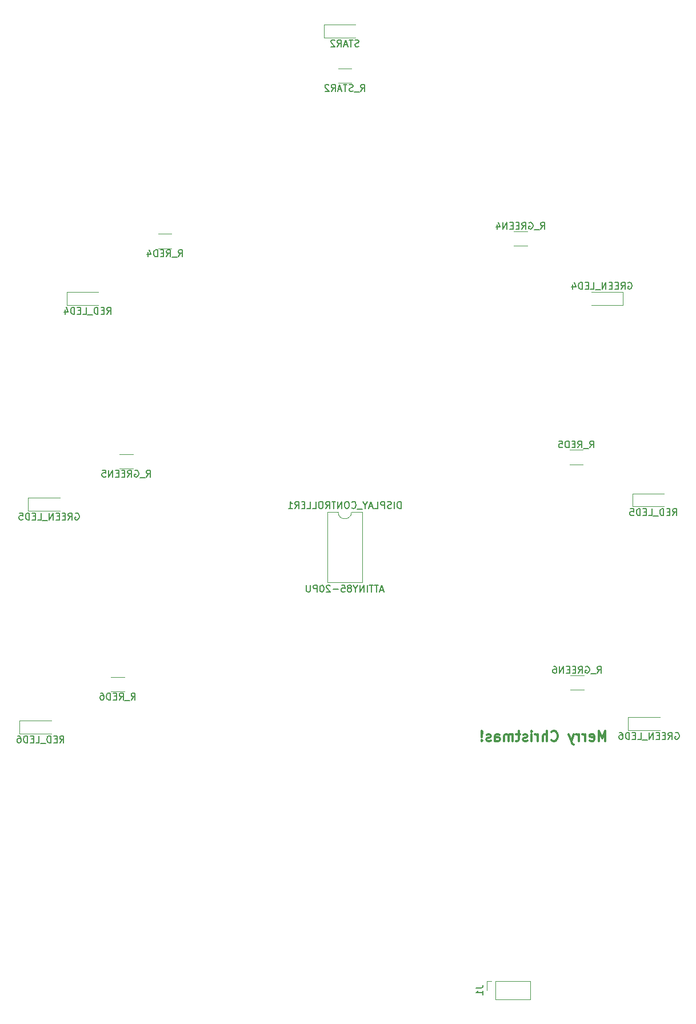
<source format=gbr>
G04 #@! TF.FileFunction,Legend,Bot*
%FSLAX46Y46*%
G04 Gerber Fmt 4.6, Leading zero omitted, Abs format (unit mm)*
G04 Created by KiCad (PCBNEW 4.0.6) date Wednesday, September 13, 2017 'PMt' 07:39:43 PM*
%MOMM*%
%LPD*%
G01*
G04 APERTURE LIST*
%ADD10C,0.100000*%
%ADD11C,0.300000*%
%ADD12C,0.120000*%
%ADD13C,0.150000*%
G04 APERTURE END LIST*
D10*
D11*
X133856857Y-130345571D02*
X133856857Y-128845571D01*
X133356857Y-129917000D01*
X132856857Y-128845571D01*
X132856857Y-130345571D01*
X131571143Y-130274143D02*
X131714000Y-130345571D01*
X131999714Y-130345571D01*
X132142571Y-130274143D01*
X132214000Y-130131286D01*
X132214000Y-129559857D01*
X132142571Y-129417000D01*
X131999714Y-129345571D01*
X131714000Y-129345571D01*
X131571143Y-129417000D01*
X131499714Y-129559857D01*
X131499714Y-129702714D01*
X132214000Y-129845571D01*
X130856857Y-130345571D02*
X130856857Y-129345571D01*
X130856857Y-129631286D02*
X130785429Y-129488429D01*
X130714000Y-129417000D01*
X130571143Y-129345571D01*
X130428286Y-129345571D01*
X129928286Y-130345571D02*
X129928286Y-129345571D01*
X129928286Y-129631286D02*
X129856858Y-129488429D01*
X129785429Y-129417000D01*
X129642572Y-129345571D01*
X129499715Y-129345571D01*
X129142572Y-129345571D02*
X128785429Y-130345571D01*
X128428287Y-129345571D02*
X128785429Y-130345571D01*
X128928287Y-130702714D01*
X128999715Y-130774143D01*
X129142572Y-130845571D01*
X125856858Y-130202714D02*
X125928287Y-130274143D01*
X126142573Y-130345571D01*
X126285430Y-130345571D01*
X126499715Y-130274143D01*
X126642573Y-130131286D01*
X126714001Y-129988429D01*
X126785430Y-129702714D01*
X126785430Y-129488429D01*
X126714001Y-129202714D01*
X126642573Y-129059857D01*
X126499715Y-128917000D01*
X126285430Y-128845571D01*
X126142573Y-128845571D01*
X125928287Y-128917000D01*
X125856858Y-128988429D01*
X125214001Y-130345571D02*
X125214001Y-128845571D01*
X124571144Y-130345571D02*
X124571144Y-129559857D01*
X124642573Y-129417000D01*
X124785430Y-129345571D01*
X124999715Y-129345571D01*
X125142573Y-129417000D01*
X125214001Y-129488429D01*
X123856858Y-130345571D02*
X123856858Y-129345571D01*
X123856858Y-129631286D02*
X123785430Y-129488429D01*
X123714001Y-129417000D01*
X123571144Y-129345571D01*
X123428287Y-129345571D01*
X122928287Y-130345571D02*
X122928287Y-129345571D01*
X122928287Y-128845571D02*
X122999716Y-128917000D01*
X122928287Y-128988429D01*
X122856859Y-128917000D01*
X122928287Y-128845571D01*
X122928287Y-128988429D01*
X122285430Y-130274143D02*
X122142573Y-130345571D01*
X121856858Y-130345571D01*
X121714001Y-130274143D01*
X121642573Y-130131286D01*
X121642573Y-130059857D01*
X121714001Y-129917000D01*
X121856858Y-129845571D01*
X122071144Y-129845571D01*
X122214001Y-129774143D01*
X122285430Y-129631286D01*
X122285430Y-129559857D01*
X122214001Y-129417000D01*
X122071144Y-129345571D01*
X121856858Y-129345571D01*
X121714001Y-129417000D01*
X121214001Y-129345571D02*
X120642572Y-129345571D01*
X120999715Y-128845571D02*
X120999715Y-130131286D01*
X120928287Y-130274143D01*
X120785429Y-130345571D01*
X120642572Y-130345571D01*
X120142572Y-130345571D02*
X120142572Y-129345571D01*
X120142572Y-129488429D02*
X120071144Y-129417000D01*
X119928286Y-129345571D01*
X119714001Y-129345571D01*
X119571144Y-129417000D01*
X119499715Y-129559857D01*
X119499715Y-130345571D01*
X119499715Y-129559857D02*
X119428286Y-129417000D01*
X119285429Y-129345571D01*
X119071144Y-129345571D01*
X118928286Y-129417000D01*
X118856858Y-129559857D01*
X118856858Y-130345571D01*
X117499715Y-130345571D02*
X117499715Y-129559857D01*
X117571144Y-129417000D01*
X117714001Y-129345571D01*
X117999715Y-129345571D01*
X118142572Y-129417000D01*
X117499715Y-130274143D02*
X117642572Y-130345571D01*
X117999715Y-130345571D01*
X118142572Y-130274143D01*
X118214001Y-130131286D01*
X118214001Y-129988429D01*
X118142572Y-129845571D01*
X117999715Y-129774143D01*
X117642572Y-129774143D01*
X117499715Y-129702714D01*
X116856858Y-130274143D02*
X116714001Y-130345571D01*
X116428286Y-130345571D01*
X116285429Y-130274143D01*
X116214001Y-130131286D01*
X116214001Y-130059857D01*
X116285429Y-129917000D01*
X116428286Y-129845571D01*
X116642572Y-129845571D01*
X116785429Y-129774143D01*
X116856858Y-129631286D01*
X116856858Y-129559857D01*
X116785429Y-129417000D01*
X116642572Y-129345571D01*
X116428286Y-129345571D01*
X116285429Y-129417000D01*
X115571143Y-130202714D02*
X115499715Y-130274143D01*
X115571143Y-130345571D01*
X115642572Y-130274143D01*
X115571143Y-130202714D01*
X115571143Y-130345571D01*
X115571143Y-129774143D02*
X115642572Y-128917000D01*
X115571143Y-128845571D01*
X115499715Y-128917000D01*
X115571143Y-129774143D01*
X115571143Y-128845571D01*
D12*
X96250000Y-96400000D02*
X97820000Y-96400000D01*
X97820000Y-96400000D02*
X97820000Y-106800000D01*
X97820000Y-106800000D02*
X92680000Y-106800000D01*
X92680000Y-106800000D02*
X92680000Y-96400000D01*
X92680000Y-96400000D02*
X94250000Y-96400000D01*
X94250000Y-96400000D02*
G75*
G03X96250000Y-96400000I1000000J0D01*
G01*
X136450000Y-63820000D02*
X136450000Y-65720000D01*
X136450000Y-65720000D02*
X131750000Y-65720000D01*
X136450000Y-63820000D02*
X131750000Y-63820000D01*
X48335000Y-96200000D02*
X48335000Y-94300000D01*
X48335000Y-94300000D02*
X53035000Y-94300000D01*
X48335000Y-96200000D02*
X53035000Y-96200000D01*
X137235000Y-128712000D02*
X137235000Y-126812000D01*
X137235000Y-126812000D02*
X141935000Y-126812000D01*
X137235000Y-128712000D02*
X141935000Y-128712000D01*
X117602000Y-165929000D02*
X122742000Y-165929000D01*
X122742000Y-165929000D02*
X122742000Y-168589000D01*
X122742000Y-168589000D02*
X117602000Y-168589000D01*
X117602000Y-168589000D02*
X117602000Y-165929000D01*
X116967000Y-165929000D02*
X116272000Y-165929000D01*
X116272000Y-165929000D02*
X116272000Y-167259000D01*
X54050000Y-65720000D02*
X54050000Y-63820000D01*
X54050000Y-63820000D02*
X58750000Y-63820000D01*
X54050000Y-65720000D02*
X58750000Y-65720000D01*
X137870000Y-95565000D02*
X137870000Y-93665000D01*
X137870000Y-93665000D02*
X142570000Y-93665000D01*
X137870000Y-95565000D02*
X142570000Y-95565000D01*
X47065000Y-129220000D02*
X47065000Y-127320000D01*
X47065000Y-127320000D02*
X51765000Y-127320000D01*
X47065000Y-129220000D02*
X51765000Y-129220000D01*
X120285000Y-56950000D02*
X122285000Y-56950000D01*
X122285000Y-54810000D02*
X120285000Y-54810000D01*
X63865000Y-87830000D02*
X61865000Y-87830000D01*
X61865000Y-89970000D02*
X63865000Y-89970000D01*
X128667000Y-122736000D02*
X130667000Y-122736000D01*
X130667000Y-120596000D02*
X128667000Y-120596000D01*
X69580000Y-55191000D02*
X67580000Y-55191000D01*
X67580000Y-57331000D02*
X69580000Y-57331000D01*
X128540000Y-89335000D02*
X130540000Y-89335000D01*
X130540000Y-87195000D02*
X128540000Y-87195000D01*
X62595000Y-120850000D02*
X60595000Y-120850000D01*
X60595000Y-122990000D02*
X62595000Y-122990000D01*
X96250000Y-30680000D02*
X94250000Y-30680000D01*
X94250000Y-32820000D02*
X96250000Y-32820000D01*
X92150000Y-26096000D02*
X92150000Y-24196000D01*
X92150000Y-24196000D02*
X96850000Y-24196000D01*
X92150000Y-26096000D02*
X96850000Y-26096000D01*
D13*
X103559524Y-95852381D02*
X103559524Y-94852381D01*
X103321429Y-94852381D01*
X103178571Y-94900000D01*
X103083333Y-94995238D01*
X103035714Y-95090476D01*
X102988095Y-95280952D01*
X102988095Y-95423810D01*
X103035714Y-95614286D01*
X103083333Y-95709524D01*
X103178571Y-95804762D01*
X103321429Y-95852381D01*
X103559524Y-95852381D01*
X102559524Y-95852381D02*
X102559524Y-94852381D01*
X102130953Y-95804762D02*
X101988096Y-95852381D01*
X101750000Y-95852381D01*
X101654762Y-95804762D01*
X101607143Y-95757143D01*
X101559524Y-95661905D01*
X101559524Y-95566667D01*
X101607143Y-95471429D01*
X101654762Y-95423810D01*
X101750000Y-95376190D01*
X101940477Y-95328571D01*
X102035715Y-95280952D01*
X102083334Y-95233333D01*
X102130953Y-95138095D01*
X102130953Y-95042857D01*
X102083334Y-94947619D01*
X102035715Y-94900000D01*
X101940477Y-94852381D01*
X101702381Y-94852381D01*
X101559524Y-94900000D01*
X101130953Y-95852381D02*
X101130953Y-94852381D01*
X100750000Y-94852381D01*
X100654762Y-94900000D01*
X100607143Y-94947619D01*
X100559524Y-95042857D01*
X100559524Y-95185714D01*
X100607143Y-95280952D01*
X100654762Y-95328571D01*
X100750000Y-95376190D01*
X101130953Y-95376190D01*
X99654762Y-95852381D02*
X100130953Y-95852381D01*
X100130953Y-94852381D01*
X99369048Y-95566667D02*
X98892857Y-95566667D01*
X99464286Y-95852381D02*
X99130953Y-94852381D01*
X98797619Y-95852381D01*
X98273810Y-95376190D02*
X98273810Y-95852381D01*
X98607143Y-94852381D02*
X98273810Y-95376190D01*
X97940476Y-94852381D01*
X97845238Y-95947619D02*
X97083333Y-95947619D01*
X96273809Y-95757143D02*
X96321428Y-95804762D01*
X96464285Y-95852381D01*
X96559523Y-95852381D01*
X96702381Y-95804762D01*
X96797619Y-95709524D01*
X96845238Y-95614286D01*
X96892857Y-95423810D01*
X96892857Y-95280952D01*
X96845238Y-95090476D01*
X96797619Y-94995238D01*
X96702381Y-94900000D01*
X96559523Y-94852381D01*
X96464285Y-94852381D01*
X96321428Y-94900000D01*
X96273809Y-94947619D01*
X95654762Y-94852381D02*
X95464285Y-94852381D01*
X95369047Y-94900000D01*
X95273809Y-94995238D01*
X95226190Y-95185714D01*
X95226190Y-95519048D01*
X95273809Y-95709524D01*
X95369047Y-95804762D01*
X95464285Y-95852381D01*
X95654762Y-95852381D01*
X95750000Y-95804762D01*
X95845238Y-95709524D01*
X95892857Y-95519048D01*
X95892857Y-95185714D01*
X95845238Y-94995238D01*
X95750000Y-94900000D01*
X95654762Y-94852381D01*
X94797619Y-95852381D02*
X94797619Y-94852381D01*
X94226190Y-95852381D01*
X94226190Y-94852381D01*
X93892857Y-94852381D02*
X93321428Y-94852381D01*
X93607143Y-95852381D02*
X93607143Y-94852381D01*
X92416666Y-95852381D02*
X92750000Y-95376190D01*
X92988095Y-95852381D02*
X92988095Y-94852381D01*
X92607142Y-94852381D01*
X92511904Y-94900000D01*
X92464285Y-94947619D01*
X92416666Y-95042857D01*
X92416666Y-95185714D01*
X92464285Y-95280952D01*
X92511904Y-95328571D01*
X92607142Y-95376190D01*
X92988095Y-95376190D01*
X91797619Y-94852381D02*
X91607142Y-94852381D01*
X91511904Y-94900000D01*
X91416666Y-94995238D01*
X91369047Y-95185714D01*
X91369047Y-95519048D01*
X91416666Y-95709524D01*
X91511904Y-95804762D01*
X91607142Y-95852381D01*
X91797619Y-95852381D01*
X91892857Y-95804762D01*
X91988095Y-95709524D01*
X92035714Y-95519048D01*
X92035714Y-95185714D01*
X91988095Y-94995238D01*
X91892857Y-94900000D01*
X91797619Y-94852381D01*
X90464285Y-95852381D02*
X90940476Y-95852381D01*
X90940476Y-94852381D01*
X89654761Y-95852381D02*
X90130952Y-95852381D01*
X90130952Y-94852381D01*
X89321428Y-95328571D02*
X88988094Y-95328571D01*
X88845237Y-95852381D02*
X89321428Y-95852381D01*
X89321428Y-94852381D01*
X88845237Y-94852381D01*
X87845237Y-95852381D02*
X88178571Y-95376190D01*
X88416666Y-95852381D02*
X88416666Y-94852381D01*
X88035713Y-94852381D01*
X87940475Y-94900000D01*
X87892856Y-94947619D01*
X87845237Y-95042857D01*
X87845237Y-95185714D01*
X87892856Y-95280952D01*
X87940475Y-95328571D01*
X88035713Y-95376190D01*
X88416666Y-95376190D01*
X86892856Y-95852381D02*
X87464285Y-95852381D01*
X87178571Y-95852381D02*
X87178571Y-94852381D01*
X87273809Y-94995238D01*
X87369047Y-95090476D01*
X87464285Y-95138095D01*
X100988095Y-107966667D02*
X100511904Y-107966667D01*
X101083333Y-108252381D02*
X100750000Y-107252381D01*
X100416666Y-108252381D01*
X100226190Y-107252381D02*
X99654761Y-107252381D01*
X99940476Y-108252381D02*
X99940476Y-107252381D01*
X99464285Y-107252381D02*
X98892856Y-107252381D01*
X99178571Y-108252381D02*
X99178571Y-107252381D01*
X98559523Y-108252381D02*
X98559523Y-107252381D01*
X98083333Y-108252381D02*
X98083333Y-107252381D01*
X97511904Y-108252381D01*
X97511904Y-107252381D01*
X96845238Y-107776190D02*
X96845238Y-108252381D01*
X97178571Y-107252381D02*
X96845238Y-107776190D01*
X96511904Y-107252381D01*
X96035714Y-107680952D02*
X96130952Y-107633333D01*
X96178571Y-107585714D01*
X96226190Y-107490476D01*
X96226190Y-107442857D01*
X96178571Y-107347619D01*
X96130952Y-107300000D01*
X96035714Y-107252381D01*
X95845237Y-107252381D01*
X95749999Y-107300000D01*
X95702380Y-107347619D01*
X95654761Y-107442857D01*
X95654761Y-107490476D01*
X95702380Y-107585714D01*
X95749999Y-107633333D01*
X95845237Y-107680952D01*
X96035714Y-107680952D01*
X96130952Y-107728571D01*
X96178571Y-107776190D01*
X96226190Y-107871429D01*
X96226190Y-108061905D01*
X96178571Y-108157143D01*
X96130952Y-108204762D01*
X96035714Y-108252381D01*
X95845237Y-108252381D01*
X95749999Y-108204762D01*
X95702380Y-108157143D01*
X95654761Y-108061905D01*
X95654761Y-107871429D01*
X95702380Y-107776190D01*
X95749999Y-107728571D01*
X95845237Y-107680952D01*
X94749999Y-107252381D02*
X95226190Y-107252381D01*
X95273809Y-107728571D01*
X95226190Y-107680952D01*
X95130952Y-107633333D01*
X94892856Y-107633333D01*
X94797618Y-107680952D01*
X94749999Y-107728571D01*
X94702380Y-107823810D01*
X94702380Y-108061905D01*
X94749999Y-108157143D01*
X94797618Y-108204762D01*
X94892856Y-108252381D01*
X95130952Y-108252381D01*
X95226190Y-108204762D01*
X95273809Y-108157143D01*
X94273809Y-107871429D02*
X93511904Y-107871429D01*
X93083333Y-107347619D02*
X93035714Y-107300000D01*
X92940476Y-107252381D01*
X92702380Y-107252381D01*
X92607142Y-107300000D01*
X92559523Y-107347619D01*
X92511904Y-107442857D01*
X92511904Y-107538095D01*
X92559523Y-107680952D01*
X93130952Y-108252381D01*
X92511904Y-108252381D01*
X91892857Y-107252381D02*
X91797618Y-107252381D01*
X91702380Y-107300000D01*
X91654761Y-107347619D01*
X91607142Y-107442857D01*
X91559523Y-107633333D01*
X91559523Y-107871429D01*
X91607142Y-108061905D01*
X91654761Y-108157143D01*
X91702380Y-108204762D01*
X91797618Y-108252381D01*
X91892857Y-108252381D01*
X91988095Y-108204762D01*
X92035714Y-108157143D01*
X92083333Y-108061905D01*
X92130952Y-107871429D01*
X92130952Y-107633333D01*
X92083333Y-107442857D01*
X92035714Y-107347619D01*
X91988095Y-107300000D01*
X91892857Y-107252381D01*
X91130952Y-108252381D02*
X91130952Y-107252381D01*
X90749999Y-107252381D01*
X90654761Y-107300000D01*
X90607142Y-107347619D01*
X90559523Y-107442857D01*
X90559523Y-107585714D01*
X90607142Y-107680952D01*
X90654761Y-107728571D01*
X90749999Y-107776190D01*
X91130952Y-107776190D01*
X90130952Y-107252381D02*
X90130952Y-108061905D01*
X90083333Y-108157143D01*
X90035714Y-108204762D01*
X89940476Y-108252381D01*
X89749999Y-108252381D01*
X89654761Y-108204762D01*
X89607142Y-108157143D01*
X89559523Y-108061905D01*
X89559523Y-107252381D01*
X137230952Y-62420000D02*
X137326190Y-62372381D01*
X137469047Y-62372381D01*
X137611905Y-62420000D01*
X137707143Y-62515238D01*
X137754762Y-62610476D01*
X137802381Y-62800952D01*
X137802381Y-62943810D01*
X137754762Y-63134286D01*
X137707143Y-63229524D01*
X137611905Y-63324762D01*
X137469047Y-63372381D01*
X137373809Y-63372381D01*
X137230952Y-63324762D01*
X137183333Y-63277143D01*
X137183333Y-62943810D01*
X137373809Y-62943810D01*
X136183333Y-63372381D02*
X136516667Y-62896190D01*
X136754762Y-63372381D02*
X136754762Y-62372381D01*
X136373809Y-62372381D01*
X136278571Y-62420000D01*
X136230952Y-62467619D01*
X136183333Y-62562857D01*
X136183333Y-62705714D01*
X136230952Y-62800952D01*
X136278571Y-62848571D01*
X136373809Y-62896190D01*
X136754762Y-62896190D01*
X135754762Y-62848571D02*
X135421428Y-62848571D01*
X135278571Y-63372381D02*
X135754762Y-63372381D01*
X135754762Y-62372381D01*
X135278571Y-62372381D01*
X134850000Y-62848571D02*
X134516666Y-62848571D01*
X134373809Y-63372381D02*
X134850000Y-63372381D01*
X134850000Y-62372381D01*
X134373809Y-62372381D01*
X133945238Y-63372381D02*
X133945238Y-62372381D01*
X133373809Y-63372381D01*
X133373809Y-62372381D01*
X133135714Y-63467619D02*
X132373809Y-63467619D01*
X131659523Y-63372381D02*
X132135714Y-63372381D01*
X132135714Y-62372381D01*
X131326190Y-62848571D02*
X130992856Y-62848571D01*
X130849999Y-63372381D02*
X131326190Y-63372381D01*
X131326190Y-62372381D01*
X130849999Y-62372381D01*
X130421428Y-63372381D02*
X130421428Y-62372381D01*
X130183333Y-62372381D01*
X130040475Y-62420000D01*
X129945237Y-62515238D01*
X129897618Y-62610476D01*
X129849999Y-62800952D01*
X129849999Y-62943810D01*
X129897618Y-63134286D01*
X129945237Y-63229524D01*
X130040475Y-63324762D01*
X130183333Y-63372381D01*
X130421428Y-63372381D01*
X128992856Y-62705714D02*
X128992856Y-63372381D01*
X129230952Y-62324762D02*
X129469047Y-63039048D01*
X128849999Y-63039048D01*
X55315952Y-96600000D02*
X55411190Y-96552381D01*
X55554047Y-96552381D01*
X55696905Y-96600000D01*
X55792143Y-96695238D01*
X55839762Y-96790476D01*
X55887381Y-96980952D01*
X55887381Y-97123810D01*
X55839762Y-97314286D01*
X55792143Y-97409524D01*
X55696905Y-97504762D01*
X55554047Y-97552381D01*
X55458809Y-97552381D01*
X55315952Y-97504762D01*
X55268333Y-97457143D01*
X55268333Y-97123810D01*
X55458809Y-97123810D01*
X54268333Y-97552381D02*
X54601667Y-97076190D01*
X54839762Y-97552381D02*
X54839762Y-96552381D01*
X54458809Y-96552381D01*
X54363571Y-96600000D01*
X54315952Y-96647619D01*
X54268333Y-96742857D01*
X54268333Y-96885714D01*
X54315952Y-96980952D01*
X54363571Y-97028571D01*
X54458809Y-97076190D01*
X54839762Y-97076190D01*
X53839762Y-97028571D02*
X53506428Y-97028571D01*
X53363571Y-97552381D02*
X53839762Y-97552381D01*
X53839762Y-96552381D01*
X53363571Y-96552381D01*
X52935000Y-97028571D02*
X52601666Y-97028571D01*
X52458809Y-97552381D02*
X52935000Y-97552381D01*
X52935000Y-96552381D01*
X52458809Y-96552381D01*
X52030238Y-97552381D02*
X52030238Y-96552381D01*
X51458809Y-97552381D01*
X51458809Y-96552381D01*
X51220714Y-97647619D02*
X50458809Y-97647619D01*
X49744523Y-97552381D02*
X50220714Y-97552381D01*
X50220714Y-96552381D01*
X49411190Y-97028571D02*
X49077856Y-97028571D01*
X48934999Y-97552381D02*
X49411190Y-97552381D01*
X49411190Y-96552381D01*
X48934999Y-96552381D01*
X48506428Y-97552381D02*
X48506428Y-96552381D01*
X48268333Y-96552381D01*
X48125475Y-96600000D01*
X48030237Y-96695238D01*
X47982618Y-96790476D01*
X47934999Y-96980952D01*
X47934999Y-97123810D01*
X47982618Y-97314286D01*
X48030237Y-97409524D01*
X48125475Y-97504762D01*
X48268333Y-97552381D01*
X48506428Y-97552381D01*
X47030237Y-96552381D02*
X47506428Y-96552381D01*
X47554047Y-97028571D01*
X47506428Y-96980952D01*
X47411190Y-96933333D01*
X47173094Y-96933333D01*
X47077856Y-96980952D01*
X47030237Y-97028571D01*
X46982618Y-97123810D01*
X46982618Y-97361905D01*
X47030237Y-97457143D01*
X47077856Y-97504762D01*
X47173094Y-97552381D01*
X47411190Y-97552381D01*
X47506428Y-97504762D01*
X47554047Y-97457143D01*
X144215952Y-129112000D02*
X144311190Y-129064381D01*
X144454047Y-129064381D01*
X144596905Y-129112000D01*
X144692143Y-129207238D01*
X144739762Y-129302476D01*
X144787381Y-129492952D01*
X144787381Y-129635810D01*
X144739762Y-129826286D01*
X144692143Y-129921524D01*
X144596905Y-130016762D01*
X144454047Y-130064381D01*
X144358809Y-130064381D01*
X144215952Y-130016762D01*
X144168333Y-129969143D01*
X144168333Y-129635810D01*
X144358809Y-129635810D01*
X143168333Y-130064381D02*
X143501667Y-129588190D01*
X143739762Y-130064381D02*
X143739762Y-129064381D01*
X143358809Y-129064381D01*
X143263571Y-129112000D01*
X143215952Y-129159619D01*
X143168333Y-129254857D01*
X143168333Y-129397714D01*
X143215952Y-129492952D01*
X143263571Y-129540571D01*
X143358809Y-129588190D01*
X143739762Y-129588190D01*
X142739762Y-129540571D02*
X142406428Y-129540571D01*
X142263571Y-130064381D02*
X142739762Y-130064381D01*
X142739762Y-129064381D01*
X142263571Y-129064381D01*
X141835000Y-129540571D02*
X141501666Y-129540571D01*
X141358809Y-130064381D02*
X141835000Y-130064381D01*
X141835000Y-129064381D01*
X141358809Y-129064381D01*
X140930238Y-130064381D02*
X140930238Y-129064381D01*
X140358809Y-130064381D01*
X140358809Y-129064381D01*
X140120714Y-130159619D02*
X139358809Y-130159619D01*
X138644523Y-130064381D02*
X139120714Y-130064381D01*
X139120714Y-129064381D01*
X138311190Y-129540571D02*
X137977856Y-129540571D01*
X137834999Y-130064381D02*
X138311190Y-130064381D01*
X138311190Y-129064381D01*
X137834999Y-129064381D01*
X137406428Y-130064381D02*
X137406428Y-129064381D01*
X137168333Y-129064381D01*
X137025475Y-129112000D01*
X136930237Y-129207238D01*
X136882618Y-129302476D01*
X136834999Y-129492952D01*
X136834999Y-129635810D01*
X136882618Y-129826286D01*
X136930237Y-129921524D01*
X137025475Y-130016762D01*
X137168333Y-130064381D01*
X137406428Y-130064381D01*
X135977856Y-129064381D02*
X136168333Y-129064381D01*
X136263571Y-129112000D01*
X136311190Y-129159619D01*
X136406428Y-129302476D01*
X136454047Y-129492952D01*
X136454047Y-129873905D01*
X136406428Y-129969143D01*
X136358809Y-130016762D01*
X136263571Y-130064381D01*
X136073094Y-130064381D01*
X135977856Y-130016762D01*
X135930237Y-129969143D01*
X135882618Y-129873905D01*
X135882618Y-129635810D01*
X135930237Y-129540571D01*
X135977856Y-129492952D01*
X136073094Y-129445333D01*
X136263571Y-129445333D01*
X136358809Y-129492952D01*
X136406428Y-129540571D01*
X136454047Y-129635810D01*
X114724381Y-166925667D02*
X115438667Y-166925667D01*
X115581524Y-166878047D01*
X115676762Y-166782809D01*
X115724381Y-166639952D01*
X115724381Y-166544714D01*
X115724381Y-167925667D02*
X115724381Y-167354238D01*
X115724381Y-167639952D02*
X114724381Y-167639952D01*
X114867238Y-167544714D01*
X114962476Y-167449476D01*
X115010095Y-167354238D01*
X60007143Y-67072381D02*
X60340477Y-66596190D01*
X60578572Y-67072381D02*
X60578572Y-66072381D01*
X60197619Y-66072381D01*
X60102381Y-66120000D01*
X60054762Y-66167619D01*
X60007143Y-66262857D01*
X60007143Y-66405714D01*
X60054762Y-66500952D01*
X60102381Y-66548571D01*
X60197619Y-66596190D01*
X60578572Y-66596190D01*
X59578572Y-66548571D02*
X59245238Y-66548571D01*
X59102381Y-67072381D02*
X59578572Y-67072381D01*
X59578572Y-66072381D01*
X59102381Y-66072381D01*
X58673810Y-67072381D02*
X58673810Y-66072381D01*
X58435715Y-66072381D01*
X58292857Y-66120000D01*
X58197619Y-66215238D01*
X58150000Y-66310476D01*
X58102381Y-66500952D01*
X58102381Y-66643810D01*
X58150000Y-66834286D01*
X58197619Y-66929524D01*
X58292857Y-67024762D01*
X58435715Y-67072381D01*
X58673810Y-67072381D01*
X57911905Y-67167619D02*
X57150000Y-67167619D01*
X56435714Y-67072381D02*
X56911905Y-67072381D01*
X56911905Y-66072381D01*
X56102381Y-66548571D02*
X55769047Y-66548571D01*
X55626190Y-67072381D02*
X56102381Y-67072381D01*
X56102381Y-66072381D01*
X55626190Y-66072381D01*
X55197619Y-67072381D02*
X55197619Y-66072381D01*
X54959524Y-66072381D01*
X54816666Y-66120000D01*
X54721428Y-66215238D01*
X54673809Y-66310476D01*
X54626190Y-66500952D01*
X54626190Y-66643810D01*
X54673809Y-66834286D01*
X54721428Y-66929524D01*
X54816666Y-67024762D01*
X54959524Y-67072381D01*
X55197619Y-67072381D01*
X53769047Y-66405714D02*
X53769047Y-67072381D01*
X54007143Y-66024762D02*
X54245238Y-66739048D01*
X53626190Y-66739048D01*
X143827143Y-96917381D02*
X144160477Y-96441190D01*
X144398572Y-96917381D02*
X144398572Y-95917381D01*
X144017619Y-95917381D01*
X143922381Y-95965000D01*
X143874762Y-96012619D01*
X143827143Y-96107857D01*
X143827143Y-96250714D01*
X143874762Y-96345952D01*
X143922381Y-96393571D01*
X144017619Y-96441190D01*
X144398572Y-96441190D01*
X143398572Y-96393571D02*
X143065238Y-96393571D01*
X142922381Y-96917381D02*
X143398572Y-96917381D01*
X143398572Y-95917381D01*
X142922381Y-95917381D01*
X142493810Y-96917381D02*
X142493810Y-95917381D01*
X142255715Y-95917381D01*
X142112857Y-95965000D01*
X142017619Y-96060238D01*
X141970000Y-96155476D01*
X141922381Y-96345952D01*
X141922381Y-96488810D01*
X141970000Y-96679286D01*
X142017619Y-96774524D01*
X142112857Y-96869762D01*
X142255715Y-96917381D01*
X142493810Y-96917381D01*
X141731905Y-97012619D02*
X140970000Y-97012619D01*
X140255714Y-96917381D02*
X140731905Y-96917381D01*
X140731905Y-95917381D01*
X139922381Y-96393571D02*
X139589047Y-96393571D01*
X139446190Y-96917381D02*
X139922381Y-96917381D01*
X139922381Y-95917381D01*
X139446190Y-95917381D01*
X139017619Y-96917381D02*
X139017619Y-95917381D01*
X138779524Y-95917381D01*
X138636666Y-95965000D01*
X138541428Y-96060238D01*
X138493809Y-96155476D01*
X138446190Y-96345952D01*
X138446190Y-96488810D01*
X138493809Y-96679286D01*
X138541428Y-96774524D01*
X138636666Y-96869762D01*
X138779524Y-96917381D01*
X139017619Y-96917381D01*
X137541428Y-95917381D02*
X138017619Y-95917381D01*
X138065238Y-96393571D01*
X138017619Y-96345952D01*
X137922381Y-96298333D01*
X137684285Y-96298333D01*
X137589047Y-96345952D01*
X137541428Y-96393571D01*
X137493809Y-96488810D01*
X137493809Y-96726905D01*
X137541428Y-96822143D01*
X137589047Y-96869762D01*
X137684285Y-96917381D01*
X137922381Y-96917381D01*
X138017619Y-96869762D01*
X138065238Y-96822143D01*
X53022143Y-130572381D02*
X53355477Y-130096190D01*
X53593572Y-130572381D02*
X53593572Y-129572381D01*
X53212619Y-129572381D01*
X53117381Y-129620000D01*
X53069762Y-129667619D01*
X53022143Y-129762857D01*
X53022143Y-129905714D01*
X53069762Y-130000952D01*
X53117381Y-130048571D01*
X53212619Y-130096190D01*
X53593572Y-130096190D01*
X52593572Y-130048571D02*
X52260238Y-130048571D01*
X52117381Y-130572381D02*
X52593572Y-130572381D01*
X52593572Y-129572381D01*
X52117381Y-129572381D01*
X51688810Y-130572381D02*
X51688810Y-129572381D01*
X51450715Y-129572381D01*
X51307857Y-129620000D01*
X51212619Y-129715238D01*
X51165000Y-129810476D01*
X51117381Y-130000952D01*
X51117381Y-130143810D01*
X51165000Y-130334286D01*
X51212619Y-130429524D01*
X51307857Y-130524762D01*
X51450715Y-130572381D01*
X51688810Y-130572381D01*
X50926905Y-130667619D02*
X50165000Y-130667619D01*
X49450714Y-130572381D02*
X49926905Y-130572381D01*
X49926905Y-129572381D01*
X49117381Y-130048571D02*
X48784047Y-130048571D01*
X48641190Y-130572381D02*
X49117381Y-130572381D01*
X49117381Y-129572381D01*
X48641190Y-129572381D01*
X48212619Y-130572381D02*
X48212619Y-129572381D01*
X47974524Y-129572381D01*
X47831666Y-129620000D01*
X47736428Y-129715238D01*
X47688809Y-129810476D01*
X47641190Y-130000952D01*
X47641190Y-130143810D01*
X47688809Y-130334286D01*
X47736428Y-130429524D01*
X47831666Y-130524762D01*
X47974524Y-130572381D01*
X48212619Y-130572381D01*
X46784047Y-129572381D02*
X46974524Y-129572381D01*
X47069762Y-129620000D01*
X47117381Y-129667619D01*
X47212619Y-129810476D01*
X47260238Y-130000952D01*
X47260238Y-130381905D01*
X47212619Y-130477143D01*
X47165000Y-130524762D01*
X47069762Y-130572381D01*
X46879285Y-130572381D01*
X46784047Y-130524762D01*
X46736428Y-130477143D01*
X46688809Y-130381905D01*
X46688809Y-130143810D01*
X46736428Y-130048571D01*
X46784047Y-130000952D01*
X46879285Y-129953333D01*
X47069762Y-129953333D01*
X47165000Y-130000952D01*
X47212619Y-130048571D01*
X47260238Y-130143810D01*
X124261190Y-54482381D02*
X124594524Y-54006190D01*
X124832619Y-54482381D02*
X124832619Y-53482381D01*
X124451666Y-53482381D01*
X124356428Y-53530000D01*
X124308809Y-53577619D01*
X124261190Y-53672857D01*
X124261190Y-53815714D01*
X124308809Y-53910952D01*
X124356428Y-53958571D01*
X124451666Y-54006190D01*
X124832619Y-54006190D01*
X124070714Y-54577619D02*
X123308809Y-54577619D01*
X122546904Y-53530000D02*
X122642142Y-53482381D01*
X122784999Y-53482381D01*
X122927857Y-53530000D01*
X123023095Y-53625238D01*
X123070714Y-53720476D01*
X123118333Y-53910952D01*
X123118333Y-54053810D01*
X123070714Y-54244286D01*
X123023095Y-54339524D01*
X122927857Y-54434762D01*
X122784999Y-54482381D01*
X122689761Y-54482381D01*
X122546904Y-54434762D01*
X122499285Y-54387143D01*
X122499285Y-54053810D01*
X122689761Y-54053810D01*
X121499285Y-54482381D02*
X121832619Y-54006190D01*
X122070714Y-54482381D02*
X122070714Y-53482381D01*
X121689761Y-53482381D01*
X121594523Y-53530000D01*
X121546904Y-53577619D01*
X121499285Y-53672857D01*
X121499285Y-53815714D01*
X121546904Y-53910952D01*
X121594523Y-53958571D01*
X121689761Y-54006190D01*
X122070714Y-54006190D01*
X121070714Y-53958571D02*
X120737380Y-53958571D01*
X120594523Y-54482381D02*
X121070714Y-54482381D01*
X121070714Y-53482381D01*
X120594523Y-53482381D01*
X120165952Y-53958571D02*
X119832618Y-53958571D01*
X119689761Y-54482381D02*
X120165952Y-54482381D01*
X120165952Y-53482381D01*
X119689761Y-53482381D01*
X119261190Y-54482381D02*
X119261190Y-53482381D01*
X118689761Y-54482381D01*
X118689761Y-53482381D01*
X117784999Y-53815714D02*
X117784999Y-54482381D01*
X118023095Y-53434762D02*
X118261190Y-54149048D01*
X117642142Y-54149048D01*
X65841190Y-91202381D02*
X66174524Y-90726190D01*
X66412619Y-91202381D02*
X66412619Y-90202381D01*
X66031666Y-90202381D01*
X65936428Y-90250000D01*
X65888809Y-90297619D01*
X65841190Y-90392857D01*
X65841190Y-90535714D01*
X65888809Y-90630952D01*
X65936428Y-90678571D01*
X66031666Y-90726190D01*
X66412619Y-90726190D01*
X65650714Y-91297619D02*
X64888809Y-91297619D01*
X64126904Y-90250000D02*
X64222142Y-90202381D01*
X64364999Y-90202381D01*
X64507857Y-90250000D01*
X64603095Y-90345238D01*
X64650714Y-90440476D01*
X64698333Y-90630952D01*
X64698333Y-90773810D01*
X64650714Y-90964286D01*
X64603095Y-91059524D01*
X64507857Y-91154762D01*
X64364999Y-91202381D01*
X64269761Y-91202381D01*
X64126904Y-91154762D01*
X64079285Y-91107143D01*
X64079285Y-90773810D01*
X64269761Y-90773810D01*
X63079285Y-91202381D02*
X63412619Y-90726190D01*
X63650714Y-91202381D02*
X63650714Y-90202381D01*
X63269761Y-90202381D01*
X63174523Y-90250000D01*
X63126904Y-90297619D01*
X63079285Y-90392857D01*
X63079285Y-90535714D01*
X63126904Y-90630952D01*
X63174523Y-90678571D01*
X63269761Y-90726190D01*
X63650714Y-90726190D01*
X62650714Y-90678571D02*
X62317380Y-90678571D01*
X62174523Y-91202381D02*
X62650714Y-91202381D01*
X62650714Y-90202381D01*
X62174523Y-90202381D01*
X61745952Y-90678571D02*
X61412618Y-90678571D01*
X61269761Y-91202381D02*
X61745952Y-91202381D01*
X61745952Y-90202381D01*
X61269761Y-90202381D01*
X60841190Y-91202381D02*
X60841190Y-90202381D01*
X60269761Y-91202381D01*
X60269761Y-90202381D01*
X59317380Y-90202381D02*
X59793571Y-90202381D01*
X59841190Y-90678571D01*
X59793571Y-90630952D01*
X59698333Y-90583333D01*
X59460237Y-90583333D01*
X59364999Y-90630952D01*
X59317380Y-90678571D01*
X59269761Y-90773810D01*
X59269761Y-91011905D01*
X59317380Y-91107143D01*
X59364999Y-91154762D01*
X59460237Y-91202381D01*
X59698333Y-91202381D01*
X59793571Y-91154762D01*
X59841190Y-91107143D01*
X132643190Y-120268381D02*
X132976524Y-119792190D01*
X133214619Y-120268381D02*
X133214619Y-119268381D01*
X132833666Y-119268381D01*
X132738428Y-119316000D01*
X132690809Y-119363619D01*
X132643190Y-119458857D01*
X132643190Y-119601714D01*
X132690809Y-119696952D01*
X132738428Y-119744571D01*
X132833666Y-119792190D01*
X133214619Y-119792190D01*
X132452714Y-120363619D02*
X131690809Y-120363619D01*
X130928904Y-119316000D02*
X131024142Y-119268381D01*
X131166999Y-119268381D01*
X131309857Y-119316000D01*
X131405095Y-119411238D01*
X131452714Y-119506476D01*
X131500333Y-119696952D01*
X131500333Y-119839810D01*
X131452714Y-120030286D01*
X131405095Y-120125524D01*
X131309857Y-120220762D01*
X131166999Y-120268381D01*
X131071761Y-120268381D01*
X130928904Y-120220762D01*
X130881285Y-120173143D01*
X130881285Y-119839810D01*
X131071761Y-119839810D01*
X129881285Y-120268381D02*
X130214619Y-119792190D01*
X130452714Y-120268381D02*
X130452714Y-119268381D01*
X130071761Y-119268381D01*
X129976523Y-119316000D01*
X129928904Y-119363619D01*
X129881285Y-119458857D01*
X129881285Y-119601714D01*
X129928904Y-119696952D01*
X129976523Y-119744571D01*
X130071761Y-119792190D01*
X130452714Y-119792190D01*
X129452714Y-119744571D02*
X129119380Y-119744571D01*
X128976523Y-120268381D02*
X129452714Y-120268381D01*
X129452714Y-119268381D01*
X128976523Y-119268381D01*
X128547952Y-119744571D02*
X128214618Y-119744571D01*
X128071761Y-120268381D02*
X128547952Y-120268381D01*
X128547952Y-119268381D01*
X128071761Y-119268381D01*
X127643190Y-120268381D02*
X127643190Y-119268381D01*
X127071761Y-120268381D01*
X127071761Y-119268381D01*
X126166999Y-119268381D02*
X126357476Y-119268381D01*
X126452714Y-119316000D01*
X126500333Y-119363619D01*
X126595571Y-119506476D01*
X126643190Y-119696952D01*
X126643190Y-120077905D01*
X126595571Y-120173143D01*
X126547952Y-120220762D01*
X126452714Y-120268381D01*
X126262237Y-120268381D01*
X126166999Y-120220762D01*
X126119380Y-120173143D01*
X126071761Y-120077905D01*
X126071761Y-119839810D01*
X126119380Y-119744571D01*
X126166999Y-119696952D01*
X126262237Y-119649333D01*
X126452714Y-119649333D01*
X126547952Y-119696952D01*
X126595571Y-119744571D01*
X126643190Y-119839810D01*
X70580000Y-58563381D02*
X70913334Y-58087190D01*
X71151429Y-58563381D02*
X71151429Y-57563381D01*
X70770476Y-57563381D01*
X70675238Y-57611000D01*
X70627619Y-57658619D01*
X70580000Y-57753857D01*
X70580000Y-57896714D01*
X70627619Y-57991952D01*
X70675238Y-58039571D01*
X70770476Y-58087190D01*
X71151429Y-58087190D01*
X70389524Y-58658619D02*
X69627619Y-58658619D01*
X68818095Y-58563381D02*
X69151429Y-58087190D01*
X69389524Y-58563381D02*
X69389524Y-57563381D01*
X69008571Y-57563381D01*
X68913333Y-57611000D01*
X68865714Y-57658619D01*
X68818095Y-57753857D01*
X68818095Y-57896714D01*
X68865714Y-57991952D01*
X68913333Y-58039571D01*
X69008571Y-58087190D01*
X69389524Y-58087190D01*
X68389524Y-58039571D02*
X68056190Y-58039571D01*
X67913333Y-58563381D02*
X68389524Y-58563381D01*
X68389524Y-57563381D01*
X67913333Y-57563381D01*
X67484762Y-58563381D02*
X67484762Y-57563381D01*
X67246667Y-57563381D01*
X67103809Y-57611000D01*
X67008571Y-57706238D01*
X66960952Y-57801476D01*
X66913333Y-57991952D01*
X66913333Y-58134810D01*
X66960952Y-58325286D01*
X67008571Y-58420524D01*
X67103809Y-58515762D01*
X67246667Y-58563381D01*
X67484762Y-58563381D01*
X66056190Y-57896714D02*
X66056190Y-58563381D01*
X66294286Y-57515762D02*
X66532381Y-58230048D01*
X65913333Y-58230048D01*
X131540000Y-86867381D02*
X131873334Y-86391190D01*
X132111429Y-86867381D02*
X132111429Y-85867381D01*
X131730476Y-85867381D01*
X131635238Y-85915000D01*
X131587619Y-85962619D01*
X131540000Y-86057857D01*
X131540000Y-86200714D01*
X131587619Y-86295952D01*
X131635238Y-86343571D01*
X131730476Y-86391190D01*
X132111429Y-86391190D01*
X131349524Y-86962619D02*
X130587619Y-86962619D01*
X129778095Y-86867381D02*
X130111429Y-86391190D01*
X130349524Y-86867381D02*
X130349524Y-85867381D01*
X129968571Y-85867381D01*
X129873333Y-85915000D01*
X129825714Y-85962619D01*
X129778095Y-86057857D01*
X129778095Y-86200714D01*
X129825714Y-86295952D01*
X129873333Y-86343571D01*
X129968571Y-86391190D01*
X130349524Y-86391190D01*
X129349524Y-86343571D02*
X129016190Y-86343571D01*
X128873333Y-86867381D02*
X129349524Y-86867381D01*
X129349524Y-85867381D01*
X128873333Y-85867381D01*
X128444762Y-86867381D02*
X128444762Y-85867381D01*
X128206667Y-85867381D01*
X128063809Y-85915000D01*
X127968571Y-86010238D01*
X127920952Y-86105476D01*
X127873333Y-86295952D01*
X127873333Y-86438810D01*
X127920952Y-86629286D01*
X127968571Y-86724524D01*
X128063809Y-86819762D01*
X128206667Y-86867381D01*
X128444762Y-86867381D01*
X126968571Y-85867381D02*
X127444762Y-85867381D01*
X127492381Y-86343571D01*
X127444762Y-86295952D01*
X127349524Y-86248333D01*
X127111428Y-86248333D01*
X127016190Y-86295952D01*
X126968571Y-86343571D01*
X126920952Y-86438810D01*
X126920952Y-86676905D01*
X126968571Y-86772143D01*
X127016190Y-86819762D01*
X127111428Y-86867381D01*
X127349524Y-86867381D01*
X127444762Y-86819762D01*
X127492381Y-86772143D01*
X63595000Y-124222381D02*
X63928334Y-123746190D01*
X64166429Y-124222381D02*
X64166429Y-123222381D01*
X63785476Y-123222381D01*
X63690238Y-123270000D01*
X63642619Y-123317619D01*
X63595000Y-123412857D01*
X63595000Y-123555714D01*
X63642619Y-123650952D01*
X63690238Y-123698571D01*
X63785476Y-123746190D01*
X64166429Y-123746190D01*
X63404524Y-124317619D02*
X62642619Y-124317619D01*
X61833095Y-124222381D02*
X62166429Y-123746190D01*
X62404524Y-124222381D02*
X62404524Y-123222381D01*
X62023571Y-123222381D01*
X61928333Y-123270000D01*
X61880714Y-123317619D01*
X61833095Y-123412857D01*
X61833095Y-123555714D01*
X61880714Y-123650952D01*
X61928333Y-123698571D01*
X62023571Y-123746190D01*
X62404524Y-123746190D01*
X61404524Y-123698571D02*
X61071190Y-123698571D01*
X60928333Y-124222381D02*
X61404524Y-124222381D01*
X61404524Y-123222381D01*
X60928333Y-123222381D01*
X60499762Y-124222381D02*
X60499762Y-123222381D01*
X60261667Y-123222381D01*
X60118809Y-123270000D01*
X60023571Y-123365238D01*
X59975952Y-123460476D01*
X59928333Y-123650952D01*
X59928333Y-123793810D01*
X59975952Y-123984286D01*
X60023571Y-124079524D01*
X60118809Y-124174762D01*
X60261667Y-124222381D01*
X60499762Y-124222381D01*
X59071190Y-123222381D02*
X59261667Y-123222381D01*
X59356905Y-123270000D01*
X59404524Y-123317619D01*
X59499762Y-123460476D01*
X59547381Y-123650952D01*
X59547381Y-124031905D01*
X59499762Y-124127143D01*
X59452143Y-124174762D01*
X59356905Y-124222381D01*
X59166428Y-124222381D01*
X59071190Y-124174762D01*
X59023571Y-124127143D01*
X58975952Y-124031905D01*
X58975952Y-123793810D01*
X59023571Y-123698571D01*
X59071190Y-123650952D01*
X59166428Y-123603333D01*
X59356905Y-123603333D01*
X59452143Y-123650952D01*
X59499762Y-123698571D01*
X59547381Y-123793810D01*
X97583333Y-34052381D02*
X97916667Y-33576190D01*
X98154762Y-34052381D02*
X98154762Y-33052381D01*
X97773809Y-33052381D01*
X97678571Y-33100000D01*
X97630952Y-33147619D01*
X97583333Y-33242857D01*
X97583333Y-33385714D01*
X97630952Y-33480952D01*
X97678571Y-33528571D01*
X97773809Y-33576190D01*
X98154762Y-33576190D01*
X97392857Y-34147619D02*
X96630952Y-34147619D01*
X96440476Y-34004762D02*
X96297619Y-34052381D01*
X96059523Y-34052381D01*
X95964285Y-34004762D01*
X95916666Y-33957143D01*
X95869047Y-33861905D01*
X95869047Y-33766667D01*
X95916666Y-33671429D01*
X95964285Y-33623810D01*
X96059523Y-33576190D01*
X96250000Y-33528571D01*
X96345238Y-33480952D01*
X96392857Y-33433333D01*
X96440476Y-33338095D01*
X96440476Y-33242857D01*
X96392857Y-33147619D01*
X96345238Y-33100000D01*
X96250000Y-33052381D01*
X96011904Y-33052381D01*
X95869047Y-33100000D01*
X95583333Y-33052381D02*
X95011904Y-33052381D01*
X95297619Y-34052381D02*
X95297619Y-33052381D01*
X94726190Y-33766667D02*
X94249999Y-33766667D01*
X94821428Y-34052381D02*
X94488095Y-33052381D01*
X94154761Y-34052381D01*
X93249999Y-34052381D02*
X93583333Y-33576190D01*
X93821428Y-34052381D02*
X93821428Y-33052381D01*
X93440475Y-33052381D01*
X93345237Y-33100000D01*
X93297618Y-33147619D01*
X93249999Y-33242857D01*
X93249999Y-33385714D01*
X93297618Y-33480952D01*
X93345237Y-33528571D01*
X93440475Y-33576190D01*
X93821428Y-33576190D01*
X92869047Y-33147619D02*
X92821428Y-33100000D01*
X92726190Y-33052381D01*
X92488094Y-33052381D01*
X92392856Y-33100000D01*
X92345237Y-33147619D01*
X92297618Y-33242857D01*
X92297618Y-33338095D01*
X92345237Y-33480952D01*
X92916666Y-34052381D01*
X92297618Y-34052381D01*
X97321429Y-27400762D02*
X97178572Y-27448381D01*
X96940476Y-27448381D01*
X96845238Y-27400762D01*
X96797619Y-27353143D01*
X96750000Y-27257905D01*
X96750000Y-27162667D01*
X96797619Y-27067429D01*
X96845238Y-27019810D01*
X96940476Y-26972190D01*
X97130953Y-26924571D01*
X97226191Y-26876952D01*
X97273810Y-26829333D01*
X97321429Y-26734095D01*
X97321429Y-26638857D01*
X97273810Y-26543619D01*
X97226191Y-26496000D01*
X97130953Y-26448381D01*
X96892857Y-26448381D01*
X96750000Y-26496000D01*
X96464286Y-26448381D02*
X95892857Y-26448381D01*
X96178572Y-27448381D02*
X96178572Y-26448381D01*
X95607143Y-27162667D02*
X95130952Y-27162667D01*
X95702381Y-27448381D02*
X95369048Y-26448381D01*
X95035714Y-27448381D01*
X94130952Y-27448381D02*
X94464286Y-26972190D01*
X94702381Y-27448381D02*
X94702381Y-26448381D01*
X94321428Y-26448381D01*
X94226190Y-26496000D01*
X94178571Y-26543619D01*
X94130952Y-26638857D01*
X94130952Y-26781714D01*
X94178571Y-26876952D01*
X94226190Y-26924571D01*
X94321428Y-26972190D01*
X94702381Y-26972190D01*
X93750000Y-26543619D02*
X93702381Y-26496000D01*
X93607143Y-26448381D01*
X93369047Y-26448381D01*
X93273809Y-26496000D01*
X93226190Y-26543619D01*
X93178571Y-26638857D01*
X93178571Y-26734095D01*
X93226190Y-26876952D01*
X93797619Y-27448381D01*
X93178571Y-27448381D01*
M02*

</source>
